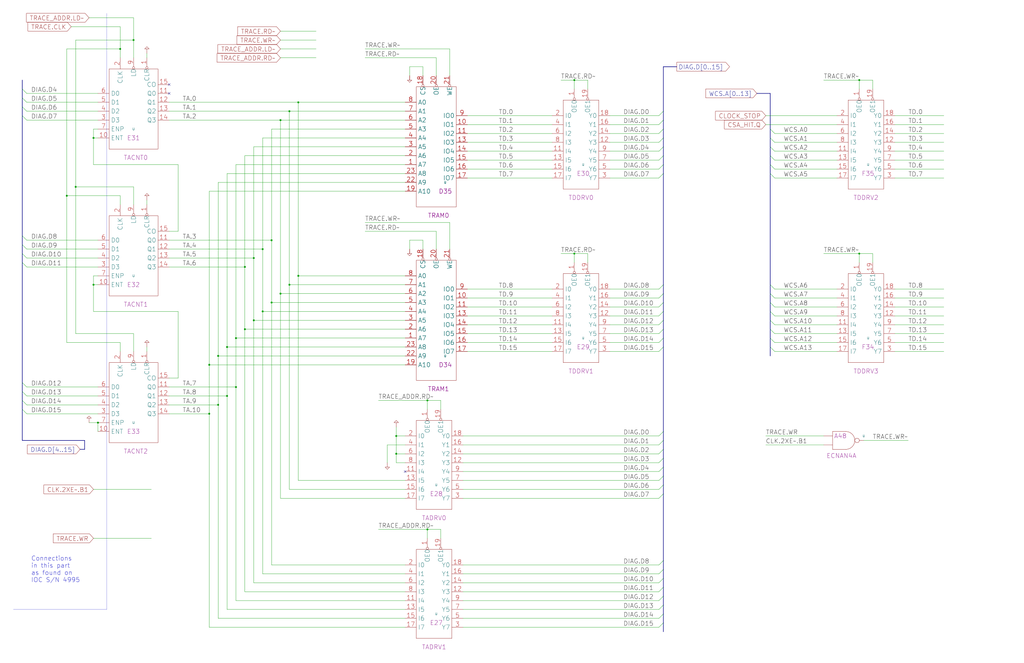
<source format=kicad_sch>
(kicad_sch (version 20220404) (generator eeschema)
  (paper "User" 584.2 378.46)
  (title_block (title "TRACE RAMS") (date "22-SEP-90") (rev "2.0") (comment 1 "IOC") (comment 2 "232-003061") (comment 3 "S400") (comment 4 "RELEASED"))
  (lib_symbols
    (symbol "r1000:2KX8" (pin_names (offset 1.016))
      (property "Reference" "U" (at 2.54 5.08 0))
      (property "Value" "2KX8" (at -8.89 -5.08 0))
      (property "Location" "___" (at -1.27 0 0))
      (property "Name" "______" (at -1.27 -15.24 0))
      (symbol "2KX8_1_1"
        (rectangle (start -13.97 59.69) (end 8.89 -8.89))
        (circle (center -10.16 60.325) (radius 0.635))
        (circle (center -2.54 60.325) (radius 0.635))
        (circle (center 5.08 60.325) (radius 0.635))
        (pin input line (at -20.32 15.24 0) (length 6.35) (name "A7") (number "1"))
        (pin bidirectional line (at 15.24 38.1 180) (length 6.35) (name "IO1") (number "10"))
        (pin bidirectional line (at 15.24 33.02 180) (length 6.35) (name "IO2") (number "11"))
        (pin bidirectional line (at 15.24 27.94 180) (length 6.35) (name "IO3") (number "13"))
        (pin bidirectional line (at 15.24 22.86 180) (length 6.35) (name "IO4") (number "14"))
        (pin bidirectional line (at 15.24 17.78 180) (length 6.35) (name "IO5") (number "15"))
        (pin bidirectional line (at 15.24 12.7 180) (length 6.35) (name "IO6") (number "16"))
        (pin bidirectional line (at 15.24 7.62 180) (length 6.35) (name "IO7") (number "17"))
        (pin input line (at -10.16 66.04 270) (length 5.08) (name "CS") (number "18"))
        (pin input line (at -20.32 0 0) (length 6.35) (name "A10") (number "19"))
        (pin input line (at -20.32 20.32 0) (length 6.35) (name "A6") (number "2"))
        (pin input line (at -2.54 66.04 270) (length 5.08) (name "OE") (number "20"))
        (pin input line (at 5.08 66.04 270) (length 5.08) (name "WE") (number "21"))
        (pin input line (at -20.32 5.08 0) (length 6.35) (name "A9") (number "22"))
        (pin input line (at -20.32 10.16 0) (length 6.35) (name "A8") (number "23"))
        (pin input line (at -20.32 25.4 0) (length 6.35) (name "A5") (number "3"))
        (pin input line (at -20.32 30.48 0) (length 6.35) (name "A4") (number "4"))
        (pin input line (at -20.32 35.56 0) (length 6.35) (name "A3") (number "5"))
        (pin input line (at -20.32 40.64 0) (length 6.35) (name "A2") (number "6"))
        (pin input line (at -20.32 45.72 0) (length 6.35) (name "A1") (number "7"))
        (pin input line (at -20.32 50.8 0) (length 6.35) (name "A0") (number "8"))
        (pin bidirectional line (at 15.24 43.18 180) (length 6.35) (name "IO0") (number "9"))
      )
    )
    (symbol "r1000:F163" (pin_names (offset 1.016))
      (property "Reference" "U" (at 2.54 5.08 0))
      (property "Value" "F163" (at -1.27 -5.08 0))
      (property "Location" "___" (at -1.27 0 0))
      (property "Name" "______" (at 3.81 -12.7 0))
      (symbol "F163_1_1"
        (rectangle (start -11.43 39.37) (end 16.51 -6.35))
        (circle (center 2.54 40.005) (radius 0.635))
        (circle (center 10.16 40.005) (radius 0.635))
        (pin input line (at 10.16 45.72 270) (length 5.08) (name "CLR") (number "1"))
        (pin input line (at -17.78 0 0) (length 6.35) (name "ENT") (number "10"))
        (pin output line (at 22.86 25.4 180) (length 6.35) (name "Q0") (number "11"))
        (pin output line (at 22.86 20.32 180) (length 6.35) (name "Q1") (number "12"))
        (pin output line (at 22.86 15.24 180) (length 6.35) (name "Q2") (number "13"))
        (pin output line (at 22.86 10.16 180) (length 6.35) (name "Q3") (number "14"))
        (pin output line (at 22.86 30.48 180) (length 6.35) (name "CO") (number "15"))
        (pin input line (at -5.08 45.72 270) (length 6.35) (name "CLK") (number "2"))
        (pin input line (at -17.78 10.16 0) (length 6.35) (name "D3") (number "3"))
        (pin input line (at -17.78 15.24 0) (length 6.35) (name "D2") (number "4"))
        (pin input line (at -17.78 20.32 0) (length 6.35) (name "D1") (number "5"))
        (pin input line (at -17.78 25.4 0) (length 6.35) (name "D0") (number "6"))
        (pin input line (at -17.78 5.08 0) (length 6.35) (name "ENP") (number "7"))
        (pin input line (at 2.54 45.72 270) (length 5.08) (name "LD") (number "9"))
      )
    )
    (symbol "r1000:F244" (pin_names (offset 1.016))
      (property "Reference" "U" (at 2.54 5.08 0))
      (property "Value" "F244" (at -3.81 -7.62 0))
      (property "Location" "___" (at -1.27 0 0))
      (property "Name" "______" (at 1.27 -15.24 0))
      (symbol "F244_1_1"
        (rectangle (start -8.89 41.91) (end 11.43 -8.89))
        (circle (center -2.54 42.545) (radius 0.635))
        (circle (center 5.08 42.545) (radius 0.635))
        (pin input line (at -2.54 48.26 270) (length 5.08) (name "OE0") (number "1"))
        (pin input line (at -15.24 12.7 0) (length 6.35) (name "I4") (number "11"))
        (pin tri_state line (at 17.78 17.78 180) (length 6.35) (name "Y3") (number "12"))
        (pin input line (at -15.24 7.62 0) (length 6.35) (name "I5") (number "13"))
        (pin tri_state line (at 17.78 22.86 180) (length 6.35) (name "Y2") (number "14"))
        (pin input line (at -15.24 2.54 0) (length 6.35) (name "I6") (number "15"))
        (pin tri_state line (at 17.78 27.94 180) (length 6.35) (name "Y1") (number "16"))
        (pin input line (at -15.24 -2.54 0) (length 6.35) (name "I7") (number "17"))
        (pin tri_state line (at 17.78 33.02 180) (length 6.35) (name "Y0") (number "18"))
        (pin input line (at 5.08 48.26 270) (length 5.08) (name "OE1") (number "19"))
        (pin input line (at -15.24 33.02 0) (length 6.35) (name "I0") (number "2"))
        (pin tri_state line (at 17.78 -2.54 180) (length 6.35) (name "Y7") (number "3"))
        (pin input line (at -15.24 27.94 0) (length 6.35) (name "I1") (number "4"))
        (pin tri_state line (at 17.78 2.54 180) (length 6.35) (name "Y6") (number "5"))
        (pin input line (at -15.24 22.86 0) (length 6.35) (name "I2") (number "6"))
        (pin tri_state line (at 17.78 7.62 180) (length 6.35) (name "Y5") (number "7"))
        (pin input line (at -15.24 17.78 0) (length 6.35) (name "I3") (number "8"))
        (pin tri_state line (at 17.78 12.7 180) (length 6.35) (name "Y4") (number "9"))
      )
    )
    (symbol "r1000:F37" (pin_numbers hide) (pin_names (offset 0) hide)
      (property "Reference" "U" (at 15.24 0 0))
      (property "Value" "F37" (at 1.905 -5.08 0))
      (property "Location" "___" (at 1.905 0 0))
      (property "Name" "______" (at 2.54 -12.7 0))
      (symbol "F37_0_1"
        (polyline (pts (xy -2.54 -7.62) (xy 5.08 -7.62)) (stroke (width 0.1524)))
        (polyline (pts (xy -2.54 2.54) (xy -2.54 -7.62)) (stroke (width 0.1524)))
        (polyline (pts (xy -2.54 2.54) (xy 5.08 2.54)) (stroke (width 0.1524)))
        (arc (start 5.08 -7.62) (mid 10.1282 -2.54) (end 5.08 2.54) (stroke (width 0.1524)))
        (circle (center 11.43 -2.54) (radius 1.27) (stroke (width 0.1524)))
      )
      (symbol "F37_0_2"
        (circle (center -3.81 -5.08) (radius 1.27) (stroke (width 0.1524)))
        (circle (center -3.81 0) (radius 1.27) (stroke (width 0.1524)))
        (arc (start -3.175 -7.62) (mid -2.134 -2.54) (end -3.175 2.54) (stroke (width 0.1524)))
        (polyline (pts (xy -3.175 -7.62) (xy 3.81 -7.62)) (stroke (width 0.1524)))
        (polyline (pts (xy -3.175 2.54) (xy 3.81 2.54)) (stroke (width 0.1524)))
        (arc (start 3.81 -7.62) (mid 7.5855 -5.8306) (end 10.16 -2.54) (stroke (width 0.1524)))
        (arc (start 10.16 -2.54) (mid 7.5827 0.7471) (end 3.81 2.54) (stroke (width 0.1524)))
      )
      (symbol "F37_1_1"
        (pin input line (at -7.62 0 0) (length 5.08) (name "D0") (number "1"))
        (pin input line (at -7.62 -5.08 0) (length 5.08) (name "D1") (number "2"))
        (pin output line (at 15.24 -2.54 180) (length 2.54) (name "Q") (number "3"))
      )
      (symbol "F37_1_2"
        (pin input line (at -7.62 0 0) (length 2.54) (name "D0") (number "1"))
        (pin input line (at -7.62 -5.08 0) (length 2.54) (name "D1") (number "2"))
        (pin output line (at 15.24 -2.54 180) (length 5.08) (name "Q") (number "3"))
      )
    )
    (symbol "r1000:PD" (power) (pin_numbers hide) (pin_names hide) (in_bom no)
      (symbol "PD_0_1"
        (polyline (pts (xy 0 -2.54) (xy 1.27 -2.54) (xy 0 -3.81) (xy -1.27 -2.54) (xy 0 -2.54)) (stroke (width 0.1524)))
      )
      (symbol "PD_1_1"
        (pin power_in line (at 0 0 270) (length 2.54) (name "PD") (number "1"))
      )
    )
    (symbol "r1000:PU" (power) (pin_numbers hide) (pin_names hide)
      (symbol "PU_0_1"
        (polyline (pts (xy 0 2.54) (xy -1.27 2.54) (xy 0 3.81) (xy 1.27 2.54) (xy 0 2.54)) (stroke (width 0.1524)))
      )
      (symbol "PU_1_1"
        (pin power_in line (at 0 0 90) (length 2.54) (name "PU") (number "1"))
      )
    )
  )
  (junction (at 327.66 45.72))
  (junction (at 160.02 167.64))
  (junction (at 165.1 63.5))
  (junction (at 38.1 111.76))
  (junction (at 134.62 193.04))
  (junction (at 243.84 228.6))
  (junction (at 43.18 106.68))
  (junction (at 53.34 78.74))
  (junction (at 160.02 68.58))
  (junction (at 53.34 162.56))
  (junction (at 327.66 144.78))
  (junction (at 68.58 27.94))
  (junction (at 119.38 236.22))
  (junction (at 144.78 182.88))
  (junction (at 149.86 177.8))
  (junction (at 165.1 162.56))
  (junction (at 149.86 142.24))
  (junction (at 134.62 220.98))
  (junction (at 124.46 203.2))
  (junction (at 129.54 198.12))
  (junction (at 170.18 58.42))
  (junction (at 226.06 259.08))
  (junction (at 154.94 172.72))
  (junction (at 490.22 45.72))
  (junction (at 129.54 226.06))
  (junction (at 139.7 187.96))
  (junction (at 243.84 302.26))
  (junction (at 170.18 157.48))
  (junction (at 226.06 248.92))
  (junction (at 55.88 241.3))
  (junction (at 119.38 208.28))
  (junction (at 490.22 144.78))
  (junction (at 144.78 147.32))
  (junction (at 139.7 152.4))
  (junction (at 154.94 137.16))
  (junction (at 124.46 231.14))
  (junction (at 76.2 22.86))
  (no_connect (at 96.52 53.34))
  (no_connect (at 96.52 48.26))
  (no_connect (at 231.14 269.24))
  (bus_entry (at 378.46 68.58) (size -2.54 2.54))
  (bus_entry (at 12.7 66.04) (size 2.54 2.54))
  (bus_entry (at 378.46 246.38) (size -2.54 2.54))
  (bus_entry (at 439.42 187.96) (size 2.54 2.54))
  (bus_entry (at 439.42 83.82) (size 2.54 2.54))
  (bus_entry (at 378.46 167.64) (size -2.54 2.54))
  (bus_entry (at 439.42 93.98) (size 2.54 2.54))
  (bus_entry (at 12.7 218.44) (size 2.54 2.54))
  (bus_entry (at 378.46 198.12) (size -2.54 2.54))
  (bus_entry (at 12.7 228.6) (size 2.54 2.54))
  (bus_entry (at 378.46 281.94) (size -2.54 2.54))
  (bus_entry (at 378.46 261.62) (size -2.54 2.54))
  (bus_entry (at 12.7 223.52) (size 2.54 2.54))
  (bus_entry (at 378.46 93.98) (size -2.54 2.54))
  (bus_entry (at 378.46 355.6) (size -2.54 2.54))
  (bus_entry (at 378.46 251.46) (size -2.54 2.54))
  (bus_entry (at 378.46 172.72) (size -2.54 2.54))
  (bus_entry (at 439.42 88.9) (size 2.54 2.54))
  (bus_entry (at 378.46 83.82) (size -2.54 2.54))
  (bus_entry (at 439.42 193.04) (size 2.54 2.54))
  (bus_entry (at 439.42 182.88) (size 2.54 2.54))
  (bus_entry (at 12.7 149.86) (size 2.54 2.54))
  (bus_entry (at 378.46 73.66) (size -2.54 2.54))
  (bus_entry (at 378.46 182.88) (size -2.54 2.54))
  (bus_entry (at 439.42 177.8) (size 2.54 2.54))
  (bus_entry (at 439.42 78.74) (size 2.54 2.54))
  (bus_entry (at 12.7 144.78) (size 2.54 2.54))
  (bus_entry (at 378.46 335.28) (size -2.54 2.54))
  (bus_entry (at 12.7 233.68) (size 2.54 2.54))
  (bus_entry (at 378.46 88.9) (size -2.54 2.54))
  (bus_entry (at 378.46 187.96) (size -2.54 2.54))
  (bus_entry (at 378.46 330.2) (size -2.54 2.54))
  (bus_entry (at 378.46 99.06) (size -2.54 2.54))
  (bus_entry (at 439.42 167.64) (size 2.54 2.54))
  (bus_entry (at 378.46 177.8) (size -2.54 2.54))
  (bus_entry (at 378.46 345.44) (size -2.54 2.54))
  (bus_entry (at 378.46 271.78) (size -2.54 2.54))
  (bus_entry (at 378.46 162.56) (size -2.54 2.54))
  (bus_entry (at 378.46 350.52) (size -2.54 2.54))
  (bus_entry (at 378.46 276.86) (size -2.54 2.54))
  (bus_entry (at 378.46 266.7) (size -2.54 2.54))
  (bus_entry (at 12.7 50.8) (size 2.54 2.54))
  (bus_entry (at 378.46 256.54) (size -2.54 2.54))
  (bus_entry (at 378.46 340.36) (size -2.54 2.54))
  (bus_entry (at 439.42 172.72) (size 2.54 2.54))
  (bus_entry (at 12.7 55.88) (size 2.54 2.54))
  (bus_entry (at 12.7 139.7) (size 2.54 2.54))
  (bus_entry (at 439.42 198.12) (size 2.54 2.54))
  (bus_entry (at 439.42 99.06) (size 2.54 2.54))
  (bus_entry (at 378.46 325.12) (size -2.54 2.54))
  (bus_entry (at 12.7 134.62) (size 2.54 2.54))
  (bus_entry (at 439.42 162.56) (size 2.54 2.54))
  (bus_entry (at 439.42 73.66) (size 2.54 2.54))
  (bus_entry (at 378.46 193.04) (size -2.54 2.54))
  (bus_entry (at 378.46 78.74) (size -2.54 2.54))
  (bus_entry (at 12.7 60.96) (size 2.54 2.54))
  (bus_entry (at 378.46 320.04) (size -2.54 2.54))
  (bus_entry (at 378.46 63.5) (size -2.54 2.54))
  (bus (pts (xy 378.46 162.56) (xy 378.46 167.64)))
  (wire (pts (xy 76.2 190.5) (xy 43.18 190.5)))
  (wire (pts (xy 139.7 88.9) (xy 231.14 88.9)))
  (wire (pts (xy 154.94 137.16) (xy 154.94 172.72)))
  (wire (pts (xy 38.1 195.58) (xy 38.1 111.76)))
  (wire (pts (xy 154.94 73.66) (xy 154.94 137.16)))
  (wire (pts (xy 160.02 167.64) (xy 231.14 167.64)))
  (bus (pts (xy 439.42 187.96) (xy 439.42 193.04)))
  (wire (pts (xy 264.16 353.06) (xy 375.92 353.06)))
  (wire (pts (xy 15.24 137.16) (xy 55.88 137.16)))
  (bus (pts (xy 439.42 73.66) (xy 439.42 78.74)))
  (wire (pts (xy 134.62 193.04) (xy 231.14 193.04)))
  (wire (pts (xy 144.78 182.88) (xy 231.14 182.88)))
  (wire (pts (xy 264.16 322.58) (xy 375.92 322.58)))
  (wire (pts (xy 226.06 248.92) (xy 231.14 248.92)))
  (wire (pts (xy 101.6 177.8) (xy 53.34 177.8)))
  (wire (pts (xy 231.14 337.82) (xy 139.7 337.82)))
  (bus (pts (xy 12.7 66.04) (xy 12.7 134.62)))
  (wire (pts (xy 53.34 157.48) (xy 55.88 157.48)))
  (wire (pts (xy 490.22 144.78) (xy 469.9 144.78)))
  (bus (pts (xy 12.7 223.52) (xy 12.7 228.6)))
  (bus (pts (xy 378.46 99.06) (xy 378.46 162.56)))
  (wire (pts (xy 243.84 302.26) (xy 243.84 307.34)))
  (bus (pts (xy 378.46 172.72) (xy 378.46 177.8)))
  (wire (pts (xy 208.28 27.94) (xy 256.54 27.94)))
  (wire (pts (xy 96.52 58.42) (xy 170.18 58.42)))
  (wire (pts (xy 129.54 226.06) (xy 129.54 198.12)))
  (wire (pts (xy 441.96 165.1) (xy 477.52 165.1)))
  (wire (pts (xy 76.2 22.86) (xy 76.2 33.02)))
  (wire (pts (xy 320.04 45.72) (xy 327.66 45.72)))
  (wire (pts (xy 441.96 180.34) (xy 477.52 180.34)))
  (wire (pts (xy 96.52 142.24) (xy 149.86 142.24)))
  (wire (pts (xy 510.54 195.58) (xy 538.48 195.58)))
  (wire (pts (xy 129.54 198.12) (xy 129.54 99.06)))
  (wire (pts (xy 264.16 347.98) (xy 375.92 347.98)))
  (wire (pts (xy 231.14 104.14) (xy 124.46 104.14)))
  (wire (pts (xy 53.34 78.74) (xy 55.88 78.74)))
  (wire (pts (xy 256.54 43.18) (xy 256.54 27.94)))
  (wire (pts (xy 149.86 78.74) (xy 231.14 78.74)))
  (wire (pts (xy 15.24 152.4) (xy 55.88 152.4)))
  (wire (pts (xy 231.14 327.66) (xy 149.86 327.66)))
  (wire (pts (xy 241.3 142.24) (xy 241.3 137.16)))
  (wire (pts (xy 119.38 208.28) (xy 119.38 109.22)))
  (wire (pts (xy 50.8 241.3) (xy 55.88 241.3)))
  (wire (pts (xy 510.54 190.5) (xy 538.48 190.5)))
  (wire (pts (xy 510.54 91.44) (xy 538.48 91.44)))
  (wire (pts (xy 241.3 38.1) (xy 233.68 38.1)))
  (wire (pts (xy 510.54 200.66) (xy 538.48 200.66)))
  (bus (pts (xy 378.46 167.64) (xy 378.46 172.72)))
  (bus (pts (xy 378.46 198.12) (xy 378.46 246.38)))
  (wire (pts (xy 264.16 264.16) (xy 375.92 264.16)))
  (wire (pts (xy 266.7 96.52) (xy 314.96 96.52)))
  (wire (pts (xy 96.52 231.14) (xy 124.46 231.14)))
  (wire (pts (xy 15.24 236.22) (xy 55.88 236.22)))
  (wire (pts (xy 231.14 73.66) (xy 154.94 73.66)))
  (wire (pts (xy 441.96 200.66) (xy 477.52 200.66)))
  (wire (pts (xy 68.58 27.94) (xy 68.58 33.02)))
  (bus (pts (xy 12.7 228.6) (xy 12.7 233.68)))
  (wire (pts (xy 76.2 200.66) (xy 76.2 190.5)))
  (bus (pts (xy 378.46 193.04) (xy 378.46 198.12)))
  (wire (pts (xy 510.54 101.6) (xy 538.48 101.6)))
  (wire (pts (xy 347.98 190.5) (xy 375.92 190.5)))
  (wire (pts (xy 139.7 187.96) (xy 139.7 152.4)))
  (wire (pts (xy 129.54 99.06) (xy 231.14 99.06)))
  (bus (pts (xy 378.46 340.36) (xy 378.46 345.44)))
  (wire (pts (xy 231.14 274.32) (xy 170.18 274.32)))
  (wire (pts (xy 248.92 142.24) (xy 248.92 132.08)))
  (wire (pts (xy 76.2 10.16) (xy 76.2 22.86)))
  (wire (pts (xy 160.02 68.58) (xy 231.14 68.58)))
  (wire (pts (xy 441.96 185.42) (xy 477.52 185.42)))
  (wire (pts (xy 231.14 347.98) (xy 129.54 347.98)))
  (wire (pts (xy 266.7 180.34) (xy 314.96 180.34)))
  (wire (pts (xy 96.52 220.98) (xy 134.62 220.98)))
  (bus (pts (xy 439.42 177.8) (xy 439.42 182.88)))
  (wire (pts (xy 436.88 254) (xy 469.9 254)))
  (wire (pts (xy 490.22 45.72) (xy 490.22 50.8)))
  (bus (pts (xy 439.42 182.88) (xy 439.42 187.96)))
  (bus (pts (xy 378.46 182.88) (xy 378.46 187.96)))
  (wire (pts (xy 149.86 177.8) (xy 231.14 177.8)))
  (wire (pts (xy 248.92 43.18) (xy 248.92 33.02)))
  (bus (pts (xy 378.46 93.98) (xy 378.46 99.06)))
  (wire (pts (xy 15.24 220.98) (xy 55.88 220.98)))
  (wire (pts (xy 96.52 226.06) (xy 129.54 226.06)))
  (wire (pts (xy 266.7 86.36) (xy 314.96 86.36)))
  (bus (pts (xy 12.7 218.44) (xy 12.7 223.52)))
  (wire (pts (xy 96.52 152.4) (xy 139.7 152.4)))
  (wire (pts (xy 38.1 27.94) (xy 68.58 27.94)))
  (bus (pts (xy 439.42 193.04) (xy 439.42 198.12)))
  (bus (pts (xy 378.46 187.96) (xy 378.46 193.04)))
  (wire (pts (xy 124.46 104.14) (xy 124.46 203.2)))
  (wire (pts (xy 165.1 162.56) (xy 165.1 63.5)))
  (wire (pts (xy 490.22 45.72) (xy 497.84 45.72)))
  (wire (pts (xy 144.78 332.74) (xy 231.14 332.74)))
  (wire (pts (xy 96.52 215.9) (xy 101.6 215.9)))
  (bus (pts (xy 378.46 350.52) (xy 378.46 355.6)))
  (bus (pts (xy 378.46 276.86) (xy 378.46 281.94)))
  (wire (pts (xy 243.84 228.6) (xy 251.46 228.6)))
  (wire (pts (xy 510.54 76.2) (xy 538.48 76.2)))
  (wire (pts (xy 497.84 149.86) (xy 497.84 144.78)))
  (wire (pts (xy 149.86 142.24) (xy 149.86 78.74)))
  (wire (pts (xy 68.58 116.84) (xy 68.58 111.76)))
  (bus (pts (xy 378.46 88.9) (xy 378.46 93.98)))
  (wire (pts (xy 441.96 96.52) (xy 477.52 96.52)))
  (wire (pts (xy 144.78 182.88) (xy 144.78 332.74)))
  (wire (pts (xy 441.96 91.44) (xy 477.52 91.44)))
  (wire (pts (xy 347.98 195.58) (xy 375.92 195.58)))
  (bus (pts (xy 378.46 78.74) (xy 378.46 83.82)))
  (wire (pts (xy 248.92 132.08) (xy 208.28 132.08)))
  (wire (pts (xy 124.46 231.14) (xy 124.46 353.06)))
  (bus (pts (xy 439.42 93.98) (xy 439.42 99.06)))
  (wire (pts (xy 441.96 101.6) (xy 477.52 101.6)))
  (bus (pts (xy 12.7 45.72) (xy 12.7 50.8)))
  (wire (pts (xy 53.34 73.66) (xy 55.88 73.66)))
  (wire (pts (xy 510.54 86.36) (xy 538.48 86.36)))
  (wire (pts (xy 241.3 43.18) (xy 241.3 38.1)))
  (wire (pts (xy 347.98 185.42) (xy 375.92 185.42)))
  (wire (pts (xy 68.58 195.58) (xy 38.1 195.58)))
  (wire (pts (xy 436.88 66.04) (xy 477.52 66.04)))
  (wire (pts (xy 327.66 144.78) (xy 335.28 144.78)))
  (wire (pts (xy 160.02 284.48) (xy 160.02 167.64)))
  (wire (pts (xy 76.2 116.84) (xy 76.2 106.68)))
  (wire (pts (xy 266.7 170.18) (xy 314.96 170.18)))
  (wire (pts (xy 53.34 162.56) (xy 55.88 162.56)))
  (wire (pts (xy 38.1 111.76) (xy 38.1 27.94)))
  (wire (pts (xy 160.02 22.86) (xy 180.34 22.86)))
  (wire (pts (xy 231.14 284.48) (xy 160.02 284.48)))
  (wire (pts (xy 441.96 76.2) (xy 477.52 76.2)))
  (wire (pts (xy 96.52 63.5) (xy 165.1 63.5)))
  (bus (pts (xy 12.7 149.86) (xy 12.7 218.44)))
  (wire (pts (xy 441.96 86.36) (xy 477.52 86.36)))
  (wire (pts (xy 231.14 254) (xy 220.98 254)))
  (wire (pts (xy 347.98 71.12) (xy 375.92 71.12)))
  (wire (pts (xy 129.54 347.98) (xy 129.54 226.06)))
  (wire (pts (xy 347.98 91.44) (xy 375.92 91.44)))
  (wire (pts (xy 492.76 251.46) (xy 518.16 251.46)))
  (wire (pts (xy 266.7 71.12) (xy 314.96 71.12)))
  (wire (pts (xy 469.9 45.72) (xy 490.22 45.72)))
  (wire (pts (xy 53.34 162.56) (xy 53.34 157.48)))
  (bus (pts (xy 378.46 63.5) (xy 378.46 68.58)))
  (wire (pts (xy 15.24 147.32) (xy 55.88 147.32)))
  (wire (pts (xy 347.98 200.66) (xy 375.92 200.66)))
  (wire (pts (xy 264.16 284.48) (xy 375.92 284.48)))
  (bus (pts (xy 378.46 281.94) (xy 378.46 320.04)))
  (wire (pts (xy 83.82 198.12) (xy 83.82 200.66)))
  (bus (pts (xy 439.42 172.72) (xy 439.42 177.8)))
  (wire (pts (xy 83.82 30.48) (xy 83.82 33.02)))
  (bus (pts (xy 48.26 251.46) (xy 12.7 251.46)))
  (wire (pts (xy 266.7 200.66) (xy 314.96 200.66)))
  (wire (pts (xy 96.52 132.08) (xy 101.6 132.08)))
  (bus (pts (xy 439.42 53.34) (xy 439.42 73.66)))
  (wire (pts (xy 15.24 58.42) (xy 55.88 58.42)))
  (wire (pts (xy 436.88 248.92) (xy 469.9 248.92)))
  (wire (pts (xy 233.68 137.16) (xy 233.68 142.24)))
  (wire (pts (xy 266.7 190.5) (xy 314.96 190.5)))
  (wire (pts (xy 215.9 302.26) (xy 243.84 302.26)))
  (wire (pts (xy 165.1 63.5) (xy 231.14 63.5)))
  (wire (pts (xy 510.54 71.12) (xy 538.48 71.12)))
  (wire (pts (xy 327.66 45.72) (xy 327.66 50.8)))
  (wire (pts (xy 266.7 66.04) (xy 314.96 66.04)))
  (bus (pts (xy 12.7 134.62) (xy 12.7 139.7)))
  (wire (pts (xy 139.7 152.4) (xy 139.7 88.9)))
  (wire (pts (xy 165.1 162.56) (xy 231.14 162.56)))
  (wire (pts (xy 170.18 58.42) (xy 231.14 58.42)))
  (wire (pts (xy 50.8 10.16) (xy 76.2 10.16)))
  (wire (pts (xy 15.24 53.34) (xy 55.88 53.34)))
  (wire (pts (xy 124.46 203.2) (xy 231.14 203.2)))
  (wire (pts (xy 215.9 228.6) (xy 243.84 228.6)))
  (wire (pts (xy 170.18 274.32) (xy 170.18 157.48)))
  (wire (pts (xy 266.7 175.26) (xy 314.96 175.26)))
  (wire (pts (xy 76.2 106.68) (xy 43.18 106.68)))
  (wire (pts (xy 441.96 195.58) (xy 477.52 195.58)))
  (wire (pts (xy 15.24 68.58) (xy 55.88 68.58)))
  (bus (pts (xy 378.46 73.66) (xy 378.46 78.74)))
  (wire (pts (xy 53.34 93.98) (xy 53.34 78.74)))
  (wire (pts (xy 436.88 71.12) (xy 477.52 71.12)))
  (bus (pts (xy 378.46 330.2) (xy 378.46 335.28)))
  (bus (pts (xy 439.42 78.74) (xy 439.42 83.82)))
  (wire (pts (xy 327.66 144.78) (xy 327.66 149.86)))
  (wire (pts (xy 53.34 279.4) (xy 86.36 279.4)))
  (wire (pts (xy 43.18 22.86) (xy 76.2 22.86)))
  (wire (pts (xy 264.16 327.66) (xy 375.92 327.66)))
  (wire (pts (xy 347.98 165.1) (xy 375.92 165.1)))
  (wire (pts (xy 68.58 200.66) (xy 68.58 195.58)))
  (wire (pts (xy 43.18 106.68) (xy 43.18 22.86)))
  (wire (pts (xy 510.54 180.34) (xy 538.48 180.34)))
  (wire (pts (xy 347.98 170.18) (xy 375.92 170.18)))
  (wire (pts (xy 101.6 132.08) (xy 101.6 93.98)))
  (bus (pts (xy 439.42 162.56) (xy 439.42 167.64)))
  (bus (pts (xy 378.46 83.82) (xy 378.46 88.9)))
  (bus (pts (xy 378.46 320.04) (xy 378.46 325.12)))
  (wire (pts (xy 264.16 269.24) (xy 375.92 269.24)))
  (wire (pts (xy 266.7 195.58) (xy 314.96 195.58)))
  (wire (pts (xy 256.54 142.24) (xy 256.54 127)))
  (bus (pts (xy 378.46 38.1) (xy 386.08 38.1)))
  (bus (pts (xy 378.46 251.46) (xy 378.46 256.54)))
  (wire (pts (xy 96.52 68.58) (xy 160.02 68.58)))
  (wire (pts (xy 510.54 185.42) (xy 538.48 185.42)))
  (wire (pts (xy 15.24 142.24) (xy 55.88 142.24)))
  (wire (pts (xy 96.52 236.22) (xy 119.38 236.22)))
  (wire (pts (xy 347.98 86.36) (xy 375.92 86.36)))
  (polyline (pts (xy 60.96 7.62) (xy 60.96 347.98)) (stroke (width 0.0243)))
  (bus (pts (xy 12.7 55.88) (xy 12.7 60.96)))
  (wire (pts (xy 327.66 45.72) (xy 335.28 45.72)))
  (wire (pts (xy 170.18 157.48) (xy 170.18 58.42)))
  (wire (pts (xy 226.06 259.08) (xy 226.06 248.92)))
  (wire (pts (xy 208.28 127) (xy 256.54 127)))
  (wire (pts (xy 266.7 101.6) (xy 314.96 101.6)))
  (wire (pts (xy 266.7 91.44) (xy 314.96 91.44)))
  (bus (pts (xy 439.42 83.82) (xy 439.42 88.9)))
  (wire (pts (xy 233.68 38.1) (xy 233.68 43.18)))
  (wire (pts (xy 241.3 137.16) (xy 233.68 137.16)))
  (bus (pts (xy 378.46 68.58) (xy 378.46 73.66)))
  (wire (pts (xy 231.14 83.82) (xy 144.78 83.82)))
  (bus (pts (xy 378.46 271.78) (xy 378.46 276.86)))
  (wire (pts (xy 243.84 302.26) (xy 251.46 302.26)))
  (wire (pts (xy 154.94 172.72) (xy 154.94 322.58)))
  (wire (pts (xy 134.62 93.98) (xy 134.62 193.04)))
  (wire (pts (xy 149.86 177.8) (xy 149.86 142.24)))
  (wire (pts (xy 510.54 96.52) (xy 538.48 96.52)))
  (wire (pts (xy 510.54 66.04) (xy 538.48 66.04)))
  (bus (pts (xy 12.7 233.68) (xy 12.7 251.46)))
  (bus (pts (xy 439.42 167.64) (xy 439.42 172.72)))
  (wire (pts (xy 124.46 203.2) (xy 124.46 231.14)))
  (bus (pts (xy 378.46 266.7) (xy 378.46 271.78)))
  (wire (pts (xy 264.16 254) (xy 375.92 254)))
  (wire (pts (xy 160.02 33.02) (xy 180.34 33.02)))
  (wire (pts (xy 160.02 17.78) (xy 180.34 17.78)))
  (wire (pts (xy 15.24 63.5) (xy 55.88 63.5)))
  (bus (pts (xy 431.8 53.34) (xy 439.42 53.34)))
  (wire (pts (xy 170.18 157.48) (xy 231.14 157.48)))
  (wire (pts (xy 510.54 81.28) (xy 538.48 81.28)))
  (wire (pts (xy 497.84 144.78) (xy 490.22 144.78)))
  (wire (pts (xy 231.14 93.98) (xy 134.62 93.98)))
  (bus (pts (xy 378.46 355.6) (xy 378.46 360.68)))
  (wire (pts (xy 68.58 15.24) (xy 68.58 27.94)))
  (wire (pts (xy 139.7 337.82) (xy 139.7 187.96)))
  (wire (pts (xy 226.06 264.16) (xy 226.06 259.08)))
  (wire (pts (xy 55.88 241.3) (xy 55.88 246.38)))
  (bus (pts (xy 439.42 99.06) (xy 439.42 162.56)))
  (wire (pts (xy 43.18 190.5) (xy 43.18 106.68)))
  (bus (pts (xy 439.42 88.9) (xy 439.42 93.98)))
  (wire (pts (xy 264.16 332.74) (xy 375.92 332.74)))
  (wire (pts (xy 101.6 93.98) (xy 53.34 93.98)))
  (bus (pts (xy 12.7 60.96) (xy 12.7 66.04)))
  (wire (pts (xy 231.14 358.14) (xy 119.38 358.14)))
  (bus (pts (xy 378.46 325.12) (xy 378.46 330.2)))
  (wire (pts (xy 101.6 215.9) (xy 101.6 177.8)))
  (wire (pts (xy 347.98 175.26) (xy 375.92 175.26)))
  (bus (pts (xy 45.72 256.54) (xy 48.26 256.54)))
  (wire (pts (xy 441.96 81.28) (xy 477.52 81.28)))
  (wire (pts (xy 264.16 358.14) (xy 375.92 358.14)))
  (wire (pts (xy 510.54 165.1) (xy 538.48 165.1)))
  (wire (pts (xy 231.14 264.16) (xy 226.06 264.16)))
  (wire (pts (xy 347.98 76.2) (xy 375.92 76.2)))
  (wire (pts (xy 266.7 165.1) (xy 314.96 165.1)))
  (wire (pts (xy 264.16 248.92) (xy 375.92 248.92)))
  (wire (pts (xy 266.7 185.42) (xy 314.96 185.42)))
  (wire (pts (xy 96.52 137.16) (xy 154.94 137.16)))
  (bus (pts (xy 12.7 50.8) (xy 12.7 55.88)))
  (wire (pts (xy 441.96 170.18) (xy 477.52 170.18)))
  (wire (pts (xy 53.34 307.34) (xy 86.36 307.34)))
  (wire (pts (xy 160.02 167.64) (xy 160.02 68.58)))
  (wire (pts (xy 139.7 187.96) (xy 231.14 187.96)))
  (wire (pts (xy 264.16 259.08) (xy 375.92 259.08)))
  (wire (pts (xy 144.78 83.82) (xy 144.78 147.32)))
  (wire (pts (xy 510.54 170.18) (xy 538.48 170.18)))
  (bus (pts (xy 48.26 256.54) (xy 48.26 251.46)))
  (bus (pts (xy 378.46 246.38) (xy 378.46 251.46)))
  (wire (pts (xy 144.78 147.32) (xy 144.78 182.88)))
  (wire (pts (xy 53.34 78.74) (xy 53.34 73.66)))
  (wire (pts (xy 347.98 101.6) (xy 375.92 101.6)))
  (wire (pts (xy 320.04 144.78) (xy 327.66 144.78)))
  (wire (pts (xy 83.82 114.3) (xy 83.82 116.84)))
  (wire (pts (xy 497.84 50.8) (xy 497.84 45.72)))
  (wire (pts (xy 510.54 175.26) (xy 538.48 175.26)))
  (wire (pts (xy 441.96 175.26) (xy 477.52 175.26)))
  (wire (pts (xy 154.94 322.58) (xy 231.14 322.58)))
  (wire (pts (xy 266.7 76.2) (xy 314.96 76.2)))
  (wire (pts (xy 347.98 180.34) (xy 375.92 180.34)))
  (wire (pts (xy 119.38 236.22) (xy 119.38 208.28)))
  (bus (pts (xy 378.46 335.28) (xy 378.46 340.36)))
  (bus (pts (xy 12.7 144.78) (xy 12.7 149.86)))
  (wire (pts (xy 264.16 274.32) (xy 375.92 274.32)))
  (wire (pts (xy 264.16 342.9) (xy 375.92 342.9)))
  (wire (pts (xy 15.24 226.06) (xy 55.88 226.06)))
  (bus (pts (xy 12.7 139.7) (xy 12.7 144.78)))
  (wire (pts (xy 347.98 81.28) (xy 375.92 81.28)))
  (wire (pts (xy 160.02 27.94) (xy 180.34 27.94)))
  (wire (pts (xy 129.54 198.12) (xy 231.14 198.12)))
  (wire (pts (xy 226.06 259.08) (xy 231.14 259.08)))
  (wire (pts (xy 490.22 144.78) (xy 490.22 149.86)))
  (bus (pts (xy 378.46 256.54) (xy 378.46 261.62)))
  (wire (pts (xy 165.1 279.4) (xy 165.1 162.56)))
  (wire (pts (xy 119.38 358.14) (xy 119.38 236.22)))
  (wire (pts (xy 335.28 149.86) (xy 335.28 144.78)))
  (wire (pts (xy 335.28 50.8) (xy 335.28 45.72)))
  (wire (pts (xy 347.98 66.04) (xy 375.92 66.04)))
  (wire (pts (xy 53.34 177.8) (xy 53.34 162.56)))
  (wire (pts (xy 248.92 33.02) (xy 208.28 33.02)))
  (wire (pts (xy 119.38 208.28) (xy 231.14 208.28)))
  (wire (pts (xy 441.96 190.5) (xy 477.52 190.5)))
  (wire (pts (xy 134.62 220.98) (xy 134.62 342.9)))
  (wire (pts (xy 149.86 327.66) (xy 149.86 177.8)))
  (bus (pts (xy 378.46 177.8) (xy 378.46 182.88)))
  (wire (pts (xy 124.46 353.06) (xy 231.14 353.06)))
  (wire (pts (xy 154.94 172.72) (xy 231.14 172.72)))
  (wire (pts (xy 231.14 279.4) (xy 165.1 279.4)))
  (bus (pts (xy 378.46 345.44) (xy 378.46 350.52)))
  (wire (pts (xy 266.7 81.28) (xy 314.96 81.28)))
  (wire (pts (xy 68.58 111.76) (xy 38.1 111.76)))
  (wire (pts (xy 96.52 147.32) (xy 144.78 147.32)))
  (wire (pts (xy 226.06 248.92) (xy 226.06 243.84)))
  (bus (pts (xy 378.46 38.1) (xy 378.46 63.5)))
  (wire (pts (xy 251.46 233.68) (xy 251.46 228.6)))
  (wire (pts (xy 264.16 337.82) (xy 375.92 337.82)))
  (wire (pts (xy 347.98 96.52) (xy 375.92 96.52)))
  (wire (pts (xy 134.62 193.04) (xy 134.62 220.98)))
  (wire (pts (xy 220.98 254) (xy 220.98 264.16)))
  (wire (pts (xy 251.46 307.34) (xy 251.46 302.26)))
  (bus (pts (xy 378.46 261.62) (xy 378.46 266.7)))
  (wire (pts (xy 134.62 342.9) (xy 231.14 342.9)))
  (wire (pts (xy 40.64 15.24) (xy 68.58 15.24)))
  (wire (pts (xy 119.38 109.22) (xy 231.14 109.22)))
  (polyline (pts (xy 7.62 347.98) (xy 60.96 347.98)) (stroke (width 0.0243)))
  (wire (pts (xy 243.84 228.6) (xy 243.84 233.68)))
  (wire (pts (xy 15.24 231.14) (xy 55.88 231.14)))
  (bus (pts (xy 439.42 198.12) (xy 439.42 203.2)))
  (wire (pts (xy 264.16 279.4) (xy 375.92 279.4)))
  (text "Connections\nin this part\nas found on\nIOC S/N 4995" (at 17.78 332.74 0) (effects (font (size 2.54 2.54)) (justify left bottom)))
  (label "DIAG.D14" (at 17.78 231.14 0) (effects (font (size 2.54 2.54))))
  (label "DIAG.D9" (at 355.6 170.18 0) (effects (font (size 2.54 2.54))))
  (label "TRACE.RD~" (at 320.04 144.78 0) (effects (font (size 2.54 2.54))))
  (label "DIAG.D5" (at 355.6 91.44 0) (effects (font (size 2.54 2.54))))
  (label "DIAG.D13" (at 355.6 347.98 0) (effects (font (size 2.54 2.54))))
  (label "DIAG.D2" (at 355.6 259.08 0) (effects (font (size 2.54 2.54))))
  (label "TD.0" (at 284.48 66.04 0) (effects (font (size 2.54 2.54))))
  (label "TD.12" (at 284.48 185.42 0) (effects (font (size 2.54 2.54))))
  (label "DIAG.D1" (at 355.6 254 0) (effects (font (size 2.54 2.54))))
  (label "WCS.A0" (at 447.04 76.2 0) (effects (font (size 2.54 2.54))))
  (label "TD.14" (at 284.48 195.58 0) (effects (font (size 2.54 2.54))))
  (label "DIAG.D12" (at 355.6 185.42 0) (effects (font (size 2.54 2.54))))
  (label "WCS.A2" (at 447.04 86.36 0) (effects (font (size 2.54 2.54))))
  (label "TD.2" (at 518.16 76.2 0) (effects (font (size 2.54 2.54))))
  (label "TA.2" (at 104.14 68.58 0) (effects (font (size 2.54 2.54))))
  (label "WCS.A3" (at 447.04 91.44 0) (effects (font (size 2.54 2.54))))
  (label "TD.2" (at 284.48 76.2 0) (effects (font (size 2.54 2.54))))
  (label "TRACE.RD~" (at 320.04 45.72 0) (effects (font (size 2.54 2.54))))
  (label "TA.0" (at 104.14 58.42 0) (effects (font (size 2.54 2.54))))
  (label "DIAG.D7" (at 355.6 101.6 0) (effects (font (size 2.54 2.54))))
  (label "DIAG.D1" (at 355.6 71.12 0) (effects (font (size 2.54 2.54))))
  (label "WCS.A13" (at 447.04 200.66 0) (effects (font (size 2.54 2.54))))
  (label "DIAG.D8" (at 355.6 165.1 0) (effects (font (size 2.54 2.54))))
  (label "TA.10" (at 104.14 236.22 0) (effects (font (size 2.54 2.54))))
  (label "TRACE.WR~" (at 497.84 251.46 0) (effects (font (size 2.54 2.54))))
  (label "WCS.A5" (at 447.04 101.6 0) (effects (font (size 2.54 2.54))))
  (label "TRACE_ADDR.RD~" (at 215.9 302.26 0) (effects (font (size 2.54 2.54))))
  (label "DIAG.D5" (at 355.6 274.32 0) (effects (font (size 2.54 2.54))))
  (label "TD.10" (at 284.48 175.26 0) (effects (font (size 2.54 2.54))))
  (label "TD.5" (at 518.16 91.44 0) (effects (font (size 2.54 2.54))))
  (label "TD.0" (at 518.16 66.04 0) (effects (font (size 2.54 2.54))))
  (label "TD.9" (at 284.48 170.18 0) (effects (font (size 2.54 2.54))))
  (label "WCS.A7" (at 447.04 170.18 0) (effects (font (size 2.54 2.54))))
  (label "DIAG.D7" (at 355.6 284.48 0) (effects (font (size 2.54 2.54))))
  (label "WCS.A4" (at 447.04 96.52 0) (effects (font (size 2.54 2.54))))
  (label "WCS.A8" (at 447.04 175.26 0) (effects (font (size 2.54 2.54))))
  (label "DIAG.D12" (at 355.6 342.9 0) (effects (font (size 2.54 2.54))))
  (label "DIAG.D15" (at 17.78 236.22 0) (effects (font (size 2.54 2.54))))
  (label "TD.12" (at 518.16 185.42 0) (effects (font (size 2.54 2.54))))
  (label "TD.8" (at 284.48 165.1 0) (effects (font (size 2.54 2.54))))
  (label "DIAG.D11" (at 17.78 152.4 0) (effects (font (size 2.54 2.54))))
  (label "TD.11" (at 284.48 180.34 0) (effects (font (size 2.54 2.54))))
  (label "DIAG.D9" (at 17.78 142.24 0) (effects (font (size 2.54 2.54))))
  (label "TD.8" (at 518.16 165.1 0) (effects (font (size 2.54 2.54))))
  (label "TD.14" (at 518.16 195.58 0) (effects (font (size 2.54 2.54))))
  (label "WCS.A10" (at 447.04 185.42 0) (effects (font (size 2.54 2.54))))
  (label "DIAG.D3" (at 355.6 264.16 0) (effects (font (size 2.54 2.54))))
  (label "TD.4" (at 518.16 86.36 0) (effects (font (size 2.54 2.54))))
  (label "TA.4" (at 104.14 142.24 0) (effects (font (size 2.54 2.54))))
  (label "DIAG.D11" (at 355.6 180.34 0) (effects (font (size 2.54 2.54))))
  (label "TD.10" (at 518.16 175.26 0) (effects (font (size 2.54 2.54))))
  (label "TRACE_ADDR.RD~" (at 215.9 228.6 0) (effects (font (size 2.54 2.54))))
  (label "WCS.A11" (at 447.04 190.5 0) (effects (font (size 2.54 2.54))))
  (label "DIAG.D8" (at 355.6 322.58 0) (effects (font (size 2.54 2.54))))
  (label "TA.3" (at 104.14 137.16 0) (effects (font (size 2.54 2.54))))
  (label "TD.7" (at 284.48 101.6 0) (effects (font (size 2.54 2.54))))
  (label "TRACE.WR~" (at 208.28 27.94 0) (effects (font (size 2.54 2.54))))
  (label "TD.11" (at 518.16 180.34 0) (effects (font (size 2.54 2.54))))
  (label "TRACE.WR~" (at 208.28 127 0) (effects (font (size 2.54 2.54))))
  (label "TRACE.WR" (at 436.88 248.92 0) (effects (font (size 2.54 2.54))))
  (label "DIAG.D12" (at 17.78 220.98 0) (effects (font (size 2.54 2.54))))
  (label "DIAG.D10" (at 355.6 175.26 0) (effects (font (size 2.54 2.54))))
  (label "DIAG.D8" (at 17.78 137.16 0) (effects (font (size 2.54 2.54))))
  (label "DIAG.D0" (at 355.6 248.92 0) (effects (font (size 2.54 2.54))))
  (label "TRACE.WR~" (at 469.9 144.78 0) (effects (font (size 2.54 2.54))))
  (label "TD.7" (at 518.16 101.6 0) (effects (font (size 2.54 2.54))))
  (label "TA.6" (at 104.14 152.4 0) (effects (font (size 2.54 2.54))))
  (label "TD.15" (at 518.16 200.66 0) (effects (font (size 2.54 2.54))))
  (label "DIAG.D4" (at 355.6 269.24 0) (effects (font (size 2.54 2.54))))
  (label "TD.1" (at 284.48 71.12 0) (effects (font (size 2.54 2.54))))
  (label "TD.4" (at 284.48 86.36 0) (effects (font (size 2.54 2.54))))
  (label "TD.9" (at 518.16 170.18 0) (effects (font (size 2.54 2.54))))
  (label "WCS.A1" (at 447.04 81.28 0) (effects (font (size 2.54 2.54))))
  (label "TD.6" (at 518.16 96.52 0) (effects (font (size 2.54 2.54))))
  (label "DIAG.D13" (at 17.78 226.06 0) (effects (font (size 2.54 2.54))))
  (label "TD.5" (at 284.48 91.44 0) (effects (font (size 2.54 2.54))))
  (label "DIAG.D4" (at 17.78 53.34 0) (effects (font (size 2.54 2.54))))
  (label "DIAG.D6" (at 355.6 96.52 0) (effects (font (size 2.54 2.54))))
  (label "DIAG.D0" (at 355.6 66.04 0) (effects (font (size 2.54 2.54))))
  (label "DIAG.D14" (at 355.6 353.06 0) (effects (font (size 2.54 2.54))))
  (label "WCS.A9" (at 447.04 180.34 0) (effects (font (size 2.54 2.54))))
  (label "DIAG.D15" (at 355.6 200.66 0) (effects (font (size 2.54 2.54))))
  (label "DIAG.D10" (at 17.78 147.32 0) (effects (font (size 2.54 2.54))))
  (label "DIAG.D13" (at 355.6 190.5 0) (effects (font (size 2.54 2.54))))
  (label "DIAG.D3" (at 355.6 81.28 0) (effects (font (size 2.54 2.54))))
  (label "TRACE.WR~" (at 469.9 45.72 0) (effects (font (size 2.54 2.54))))
  (label "DIAG.D11" (at 355.6 337.82 0) (effects (font (size 2.54 2.54))))
  (label "TD.15" (at 284.48 200.66 0) (effects (font (size 2.54 2.54))))
  (label "TA.8" (at 104.14 226.06 0) (effects (font (size 2.54 2.54))))
  (label "DIAG.D5" (at 17.78 58.42 0) (effects (font (size 2.54 2.54))))
  (label "TA.1" (at 104.14 63.5 0) (effects (font (size 2.54 2.54))))
  (label "TD.13" (at 518.16 190.5 0) (effects (font (size 2.54 2.54))))
  (label "DIAG.D2" (at 355.6 76.2 0) (effects (font (size 2.54 2.54))))
  (label "TD.13" (at 284.48 190.5 0) (effects (font (size 2.54 2.54))))
  (label "TA.9" (at 104.14 231.14 0) (effects (font (size 2.54 2.54))))
  (label "TD.1" (at 518.16 71.12 0) (effects (font (size 2.54 2.54))))
  (label "DIAG.D10" (at 355.6 332.74 0) (effects (font (size 2.54 2.54))))
  (label "TD.6" (at 284.48 96.52 0) (effects (font (size 2.54 2.54))))
  (label "DIAG.D4" (at 355.6 86.36 0) (effects (font (size 2.54 2.54))))
  (label "DIAG.D6" (at 355.6 279.4 0) (effects (font (size 2.54 2.54))))
  (label "TD.3" (at 518.16 81.28 0) (effects (font (size 2.54 2.54))))
  (label "DIAG.D7" (at 17.78 68.58 0) (effects (font (size 2.54 2.54))))
  (label "TD.3" (at 284.48 81.28 0) (effects (font (size 2.54 2.54))))
  (label "TRACE.RD~" (at 208.28 132.08 0) (effects (font (size 2.54 2.54))))
  (label "CLK.2XE~.B1" (at 436.88 254 0) (effects (font (size 2.54 2.54))))
  (label "DIAG.D9" (at 355.6 327.66 0) (effects (font (size 2.54 2.54))))
  (label "DIAG.D15" (at 355.6 358.14 0) (effects (font (size 2.54 2.54))))
  (label "DIAG.D6" (at 17.78 63.5 0) (effects (font (size 2.54 2.54))))
  (label "TRACE.RD~" (at 208.28 33.02 0) (effects (font (size 2.54 2.54))))
  (label "WCS.A12" (at 447.04 195.58 0) (effects (font (size 2.54 2.54))))
  (label "TA.7" (at 104.14 220.98 0) (effects (font (size 2.54 2.54))))
  (label "TA.5" (at 104.14 147.32 0) (effects (font (size 2.54 2.54))))
  (label "WCS.A6" (at 447.04 165.1 0) (effects (font (size 2.54 2.54))))
  (label "DIAG.D14" (at 355.6 195.58 0) (effects (font (size 2.54 2.54))))
  (global_label "CLK.2XE~.B1" (shape input) (at 53.34 279.4 180) (effects (font (size 2.54 2.54))) (property "Intersheet References" "${INTERSHEET_REFS}" (at 24.6682 279.2413 0) (effects (font (size 1.905 1.905)) (justify right))))
  (global_label "WCS.A[0..13]" (shape input) (at 431.8 53.34 180) (effects (font (size 2.54 2.54))) (property "Intersheet References" "${INTERSHEET_REFS}" (at 402.6626 53.1813 0) (effects (font (size 1.905 1.905)) (justify right))))
  (global_label "TRACE_ADDR.LD~" (shape input) (at 50.8 10.16 180) (effects (font (size 2.54 2.54))) (property "Intersheet References" "${INTERSHEET_REFS}" (at 14.7501 10.0013 0) (effects (font (size 1.905 1.905)) (justify right))))
  (global_label "TRACE_ADDR.RD~" (shape input) (at 160.02 33.02 180) (effects (font (size 2.54 2.54))) (property "Intersheet References" "${INTERSHEET_REFS}" (at 123.8673 32.8613 0) (effects (font (size 1.905 1.905)) (justify right))))
  (global_label "CSA_HIT.Q" (shape input) (at 436.88 71.12 180) (effects (font (size 2.54 2.54))) (property "Intersheet References" "${INTERSHEET_REFS}" (at 413.3064 70.9613 0) (effects (font (size 1.905 1.905)) (justify right))))
  (global_label "CLOCK_STOP" (shape input) (at 436.88 66.04 180) (effects (font (size 2.54 2.54))) (property "Intersheet References" "${INTERSHEET_REFS}" (at 408.2264 65.8813 0) (effects (font (size 1.905 1.905)) (justify right))))
  (global_label "DIAG.D[4..15]" (shape input) (at 45.72 256.54 180) (effects (font (size 2.54 2.54))) (property "Intersheet References" "${INTERSHEET_REFS}" (at 15.234 256.3813 0) (effects (font (size 1.905 1.905)) (justify right))))
  (global_label "TRACE.WR~" (shape input) (at 160.02 22.86 180) (effects (font (size 2.54 2.54))) (property "Intersheet References" "${INTERSHEET_REFS}" (at 135.2369 22.7013 0) (effects (font (size 1.905 1.905)) (justify right))))
  (global_label "TRACE.CLK" (shape input) (at 40.64 15.24 180) (effects (font (size 2.54 2.54))) (property "Intersheet References" "${INTERSHEET_REFS}" (at 15.5968 15.0813 0) (effects (font (size 1.905 1.905)) (justify right))))
  (global_label "TRACE.RD~" (shape input) (at 160.02 17.78 180) (effects (font (size 2.54 2.54))) (property "Intersheet References" "${INTERSHEET_REFS}" (at 135.5997 17.6213 0) (effects (font (size 1.905 1.905)) (justify right))))
  (global_label "TRACE.WR" (shape input) (at 53.34 307.34 180) (effects (font (size 2.54 2.54))) (property "Intersheet References" "${INTERSHEET_REFS}" (at 29.9901 307.1813 0) (effects (font (size 1.905 1.905)) (justify right))))
  (global_label "DIAG.D[0..15]" (shape output) (at 386.08 38.1 0) (effects (font (size 2.54 2.54))) (property "Intersheet References" "${INTERSHEET_REFS}" (at 416.185 37.9413 0) (effects (font (size 1.905 1.905)) (justify left))))
  (global_label "TRACE_ADDR.LD~" (shape input) (at 160.02 27.94 180) (effects (font (size 2.54 2.54))) (property "Intersheet References" "${INTERSHEET_REFS}" (at 124.3511 27.7813 0) (effects (font (size 1.905 1.905)) (justify right))))
  (symbol (lib_id "r1000:F163") (at 73.66 78.74 0) (unit 1)
    (default_instance (reference "U") (unit 1) (value "") (footprint ""))
    (property "Reference" "U" (at 76.2 73.66 0))
    (property "Location" "E31" (at 72.39 78.74 0) (effects (font (size 2.54 2.54)) (justify left)))
    (property "Name" "TACNT0" (at 77.47 91.44 0) (effects (font (size 2.54 2.54)) (justify bottom)))
  )
  (symbol (lib_id "r1000:F244") (at 246.38 355.6 0) (unit 1)
    (default_instance (reference "U") (unit 1) (value "") (footprint ""))
    (property "Reference" "U" (at 248.92 350.52 0))
    (property "Location" "E27" (at 245.11 355.6 0) (effects (font (size 2.54 2.54)) (justify left)))
    (property "Name" "TADRV1" (at 247.65 370.84 0) (effects (font (size 2.54 2.54)) (justify bottom)))
  )
  (symbol (lib_id "r1000:PU") (at 50.8 241.3 0) (unit 1)
    (default_instance (reference "U") (unit 1) (value "") (footprint ""))
    (property "Reference" "U" (effects hide))
  )
  (symbol (lib_id "r1000:PD") (at 220.98 264.16 0) (unit 1) (in_bom no)
    (default_instance (reference "U") (unit 1) (value "") (footprint ""))
    (property "Reference" "U" (effects hide))
  )
  (symbol (lib_id "r1000:PD") (at 233.68 142.24 0) (unit 1) (in_bom no)
    (default_instance (reference "U") (unit 1) (value "") (footprint ""))
    (property "Reference" "U" (effects hide))
  )
  (symbol (lib_id "r1000:F163") (at 73.66 246.38 0) (unit 1)
    (default_instance (reference "U") (unit 1) (value "") (footprint ""))
    (property "Reference" "U" (at 76.2 241.3 0))
    (property "Location" "E33" (at 72.39 246.38 0) (effects (font (size 2.54 2.54)) (justify left)))
    (property "Name" "TACNT2" (at 77.47 259.08 0) (effects (font (size 2.54 2.54)) (justify bottom)))
  )
  (symbol (lib_id "r1000:2KX8") (at 251.46 109.22 0) (unit 1)
    (default_instance (reference "U") (unit 1) (value "") (footprint ""))
    (property "Reference" "U" (at 254 104.14 0))
    (property "Location" "D35" (at 250.19 109.22 0) (effects (font (size 2.54 2.54)) (justify left)))
    (property "Name" "TRAM0" (at 250.19 124.46 0) (effects (font (size 2.54 2.54)) (justify bottom)))
  )
  (symbol (lib_id "r1000:F244") (at 330.2 99.06 0) (unit 1)
    (default_instance (reference "U") (unit 1) (value "") (footprint ""))
    (property "Reference" "U" (at 332.74 93.98 0))
    (property "Location" "E30" (at 328.93 99.06 0) (effects (font (size 2.54 2.54)) (justify left)))
    (property "Name" "TDDRV0" (at 331.47 114.3 0) (effects (font (size 2.54 2.54)) (justify bottom)))
  )
  (symbol (lib_id "r1000:PU") (at 83.82 198.12 0) (unit 1)
    (default_instance (reference "U") (unit 1) (value "") (footprint ""))
    (property "Reference" "U" (effects hide))
  )
  (symbol (lib_id "r1000:F244") (at 492.76 99.06 0) (unit 1)
    (default_instance (reference "U") (unit 1) (value "") (footprint ""))
    (property "Reference" "U" (at 495.3 93.98 0))
    (property "Location" "F35" (at 491.49 99.06 0) (effects (font (size 2.54 2.54)) (justify left)))
    (property "Name" "TDDRV2" (at 494.03 114.3 0) (effects (font (size 2.54 2.54)) (justify bottom)))
  )
  (symbol (lib_id "r1000:2KX8") (at 251.46 208.28 0) (unit 1)
    (default_instance (reference "U") (unit 1) (value "") (footprint ""))
    (property "Reference" "U" (at 254 203.2 0))
    (property "Location" "D34" (at 250.19 208.28 0) (effects (font (size 2.54 2.54)) (justify left)))
    (property "Name" "TRAM1" (at 250.19 223.52 0) (effects (font (size 2.54 2.54)) (justify bottom)))
  )
  (symbol (lib_id "r1000:F244") (at 492.76 198.12 0) (unit 1)
    (default_instance (reference "U") (unit 1) (value "") (footprint ""))
    (property "Reference" "U" (at 495.3 193.04 0))
    (property "Location" "F34" (at 491.49 198.12 0) (effects (font (size 2.54 2.54)) (justify left)))
    (property "Name" "TDDRV3" (at 494.03 213.36 0) (effects (font (size 2.54 2.54)) (justify bottom)))
  )
  (symbol (lib_id "r1000:PU") (at 226.06 243.84 0) (unit 1)
    (default_instance (reference "U") (unit 1) (value "") (footprint ""))
    (property "Reference" "U" (effects hide))
  )
  (symbol (lib_id "r1000:F244") (at 330.2 198.12 0) (unit 1)
    (default_instance (reference "U") (unit 1) (value "") (footprint ""))
    (property "Reference" "U" (at 332.74 193.04 0))
    (property "Location" "E29" (at 328.93 198.12 0) (effects (font (size 2.54 2.54)) (justify left)))
    (property "Name" "TDDRV1" (at 331.47 213.36 0) (effects (font (size 2.54 2.54)) (justify bottom)))
  )
  (symbol (lib_id "r1000:PU") (at 83.82 114.3 0) (unit 1)
    (default_instance (reference "U") (unit 1) (value "") (footprint ""))
    (property "Reference" "U" (effects hide))
  )
  (symbol (lib_id "r1000:F37") (at 477.52 248.92 0) (unit 1)
    (default_instance (reference "U") (unit 1) (value "") (footprint ""))
    (property "Reference" "U" (at 492.76 248.92 0))
    (property "Location" "A48" (at 479.425 248.92 0) (effects (font (size 2.54 2.54))))
    (property "Name" "ECNAN4A" (at 480.06 261.62 0) (effects (font (size 2.54 2.54)) (justify bottom)))
  )
  (symbol (lib_id "r1000:F163") (at 73.66 162.56 0) (unit 1)
    (default_instance (reference "U") (unit 1) (value "") (footprint ""))
    (property "Reference" "U" (at 76.2 157.48 0))
    (property "Location" "E32" (at 72.39 162.56 0) (effects (font (size 2.54 2.54)) (justify left)))
    (property "Name" "TACNT1" (at 77.47 175.26 0) (effects (font (size 2.54 2.54)) (justify bottom)))
  )
  (symbol (lib_id "r1000:PU") (at 83.82 30.48 0) (unit 1)
    (default_instance (reference "U") (unit 1) (value "") (footprint ""))
    (property "Reference" "U" (effects hide))
  )
  (symbol (lib_id "r1000:F244") (at 246.38 281.94 0) (unit 1)
    (default_instance (reference "U") (unit 1) (value "") (footprint ""))
    (property "Reference" "U" (at 248.92 276.86 0))
    (property "Location" "E28" (at 245.11 281.94 0) (effects (font (size 2.54 2.54)) (justify left)))
    (property "Name" "TADRV0" (at 247.65 297.18 0) (effects (font (size 2.54 2.54)) (justify bottom)))
  )
  (symbol (lib_id "r1000:PD") (at 233.68 43.18 0) (unit 1) (in_bom no)
    (default_instance (reference "U") (unit 1) (value "") (footprint ""))
    (property "Reference" "U" (effects hide))
  )
)
</source>
